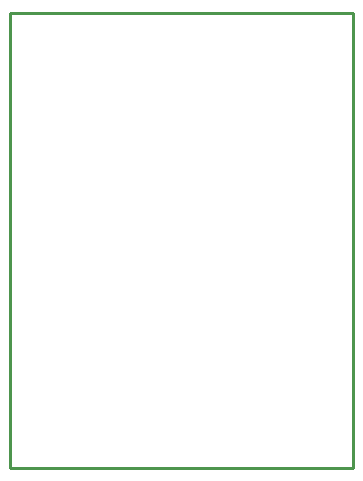
<source format=gm1>
G04 #@! TF.GenerationSoftware,KiCad,Pcbnew,9.0.1*
G04 #@! TF.CreationDate,2025-04-29T17:01:15-07:00*
G04 #@! TF.ProjectId,3bp v2.1,33627020-7632-42e3-912e-6b696361645f,rev?*
G04 #@! TF.SameCoordinates,Original*
G04 #@! TF.FileFunction,Profile,NP*
%FSLAX46Y46*%
G04 Gerber Fmt 4.6, Leading zero omitted, Abs format (unit mm)*
G04 Created by KiCad (PCBNEW 9.0.1) date 2025-04-29 17:01:15*
%MOMM*%
%LPD*%
G01*
G04 APERTURE LIST*
G04 #@! TA.AperFunction,Profile*
%ADD10C,0.254000*%
G04 #@! TD*
G04 APERTURE END LIST*
D10*
X153398000Y-120027000D02*
X124379000Y-120027000D01*
X124379000Y-120027000D02*
X124379000Y-81495000D01*
X124379000Y-81495000D02*
X153398000Y-81495000D01*
X153398000Y-81495000D02*
X153398000Y-120027000D01*
M02*

</source>
